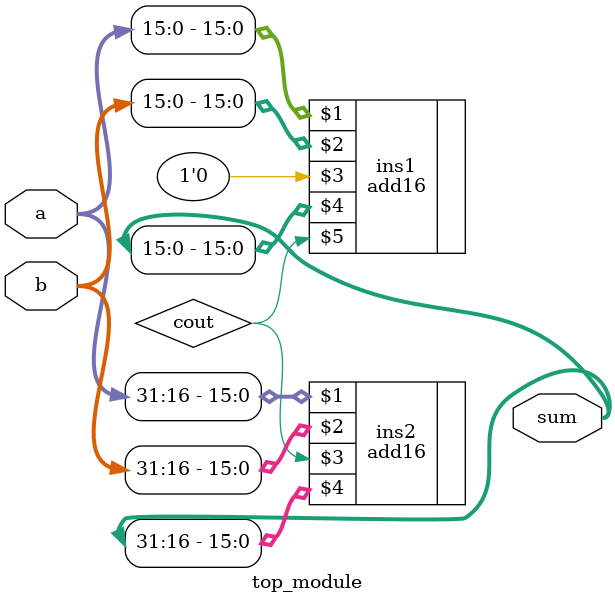
<source format=v>
module top_module(
    input [31:0] a,
    input [31:0] b,
    output [31:0] sum
);
    wire cout;
    add16 ins1(a[15:0],b[15:0],1'b0,sum[15:0],cout);
    add16 ins2(a[31:16],b[31:16],cout,sum[31:16],);
endmodule

</source>
